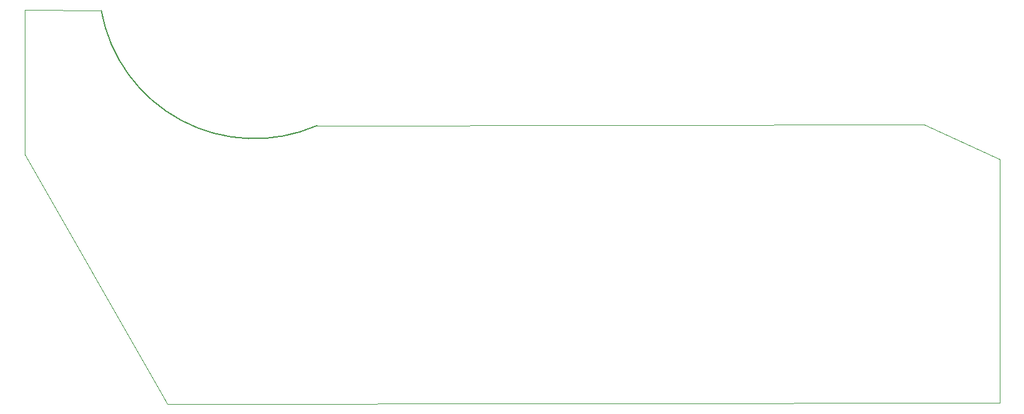
<source format=gbr>
%TF.GenerationSoftware,KiCad,Pcbnew,(6.0.9)*%
%TF.CreationDate,2023-04-01T12:24:36-08:00*%
%TF.ProjectId,ELEC PANEL,454c4543-2050-4414-9e45-4c2e6b696361,3*%
%TF.SameCoordinates,Original*%
%TF.FileFunction,Profile,NP*%
%FSLAX46Y46*%
G04 Gerber Fmt 4.6, Leading zero omitted, Abs format (unit mm)*
G04 Created by KiCad (PCBNEW (6.0.9)) date 2023-04-01 12:24:36*
%MOMM*%
%LPD*%
G01*
G04 APERTURE LIST*
%TA.AperFunction,Profile*%
%ADD10C,0.200000*%
%TD*%
%TA.AperFunction,Profile*%
%ADD11C,0.050000*%
%TD*%
G04 APERTURE END LIST*
D10*
X40411402Y-97942400D02*
G75*
G03*
X69850810Y-113666856I20928168J3761290D01*
G01*
D11*
X163068000Y-151511000D02*
X163042600Y-118237000D01*
X49428400Y-151688800D02*
X163068000Y-151511000D01*
X29946600Y-117551200D02*
X49428400Y-151688800D01*
X152704800Y-113512600D02*
X69850810Y-113666856D01*
X29946600Y-97866200D02*
X40411400Y-97942400D01*
X163042600Y-118237000D02*
X152704800Y-113512600D01*
X29946600Y-97866200D02*
X29946600Y-117551200D01*
M02*

</source>
